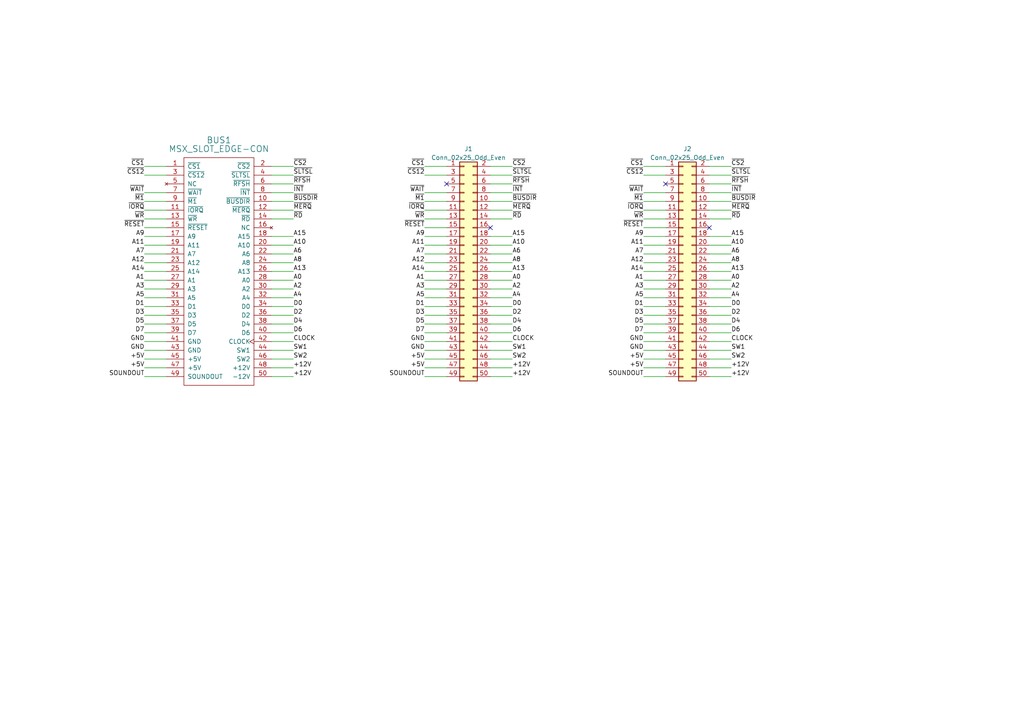
<source format=kicad_sch>
(kicad_sch (version 20230121) (generator eeschema)
  (paper "A4")
  (title_block (title "Slot Breakout v1.0") (date "2023-04-22") (rev "1.0") (company "The Retro Hacker") (comment 4 "MSX Cartridge Slot Breakout"))
  (lib_symbols
    (symbol "CRISAG:MSX_SLOT_EDGE-CON" (pin_names (offset 1.016)) (in_bom no)
      (property "Reference" "BUS" (at -10.16 34.29 0))
      (property "Value" "MSX_SLOT_EDGE-CON" (at -10.16 -34.29 0))
      (symbol "MSX_SLOT_EDGE-CON_0_1"
        (rectangle (start -10.16 -33.02) (end 10.16 33.02))
      )
      (symbol "MSX_SLOT_EDGE-CON_1_1"
        (pin output line (at -15.24 30.48 0) (length 5.08) (name "~{CS1}") (number "1"))
        (pin output line (at 15.24 20.32 180) (length 5.08) (name "~{BUSDIR}") (number "10"))
        (pin output line (at -15.24 17.78 0) (length 5.08) (name "~{IORQ}") (number "11"))
        (pin input line (at 15.24 17.78 180) (length 5.08) (name "~{MERQ}") (number "12"))
        (pin output line (at -15.24 15.24 0) (length 5.08) (name "~{WR}") (number "13"))
        (pin output line (at 15.24 15.24 180) (length 5.08) (name "~{RD}") (number "14"))
        (pin output line (at -15.24 12.7 0) (length 5.08) (name "~{RESET}") (number "15"))
        (pin no_connect line (at 15.24 12.7 180) (length 5.08) (name "NC") (number "16"))
        (pin output line (at -15.24 10.16 0) (length 5.08) (name "A9") (number "17"))
        (pin output line (at 15.24 10.16 180) (length 5.08) (name "A15") (number "18"))
        (pin output line (at -15.24 7.62 0) (length 5.08) (name "A11") (number "19"))
        (pin output line (at 15.24 30.48 180) (length 5.08) (name "~{CS2}") (number "2"))
        (pin output line (at 15.24 7.62 180) (length 5.08) (name "A10") (number "20"))
        (pin output line (at -15.24 5.08 0) (length 5.08) (name "A7") (number "21"))
        (pin output line (at 15.24 5.08 180) (length 5.08) (name "A6") (number "22"))
        (pin output line (at -15.24 2.54 0) (length 5.08) (name "A12") (number "23"))
        (pin output line (at 15.24 2.54 180) (length 5.08) (name "A8") (number "24"))
        (pin output line (at -15.24 0 0) (length 5.08) (name "A14") (number "25"))
        (pin output line (at 15.24 0 180) (length 5.08) (name "A13") (number "26"))
        (pin output line (at -15.24 -2.54 0) (length 5.08) (name "A1") (number "27"))
        (pin output line (at 15.24 -2.54 180) (length 5.08) (name "A0") (number "28"))
        (pin output line (at -15.24 -5.08 0) (length 5.08) (name "A3") (number "29"))
        (pin output line (at -15.24 27.94 0) (length 5.08) (name "~{CS12}") (number "3"))
        (pin output line (at 15.24 -5.08 180) (length 5.08) (name "A2") (number "30"))
        (pin output line (at -15.24 -7.62 0) (length 5.08) (name "A5") (number "31"))
        (pin output line (at 15.24 -7.62 180) (length 5.08) (name "A4") (number "32"))
        (pin tri_state line (at -15.24 -10.16 0) (length 5.08) (name "D1") (number "33"))
        (pin tri_state line (at 15.24 -10.16 180) (length 5.08) (name "D0") (number "34"))
        (pin tri_state line (at -15.24 -12.7 0) (length 5.08) (name "D3") (number "35"))
        (pin tri_state line (at 15.24 -12.7 180) (length 5.08) (name "D2~{}") (number "36"))
        (pin tri_state line (at -15.24 -15.24 0) (length 5.08) (name "D5") (number "37"))
        (pin tri_state line (at 15.24 -15.24 180) (length 5.08) (name "D4") (number "38"))
        (pin tri_state line (at -15.24 -17.78 0) (length 5.08) (name "D7") (number "39"))
        (pin output line (at 15.24 27.94 180) (length 5.08) (name "~{SLTSL}") (number "4"))
        (pin tri_state line (at 15.24 -17.78 180) (length 5.08) (name "D6") (number "40"))
        (pin power_in line (at -15.24 -20.32 0) (length 5.08) (name "GND") (number "41"))
        (pin output clock (at 15.24 -20.32 180) (length 5.08) (name "CLOCK") (number "42"))
        (pin power_in line (at -15.24 -22.86 0) (length 5.08) (name "GND") (number "43"))
        (pin passive line (at 15.24 -22.86 180) (length 5.08) (name "SW1") (number "44"))
        (pin power_in line (at -15.24 -25.4 0) (length 5.08) (name "+5V") (number "45"))
        (pin passive line (at 15.24 -25.4 180) (length 5.08) (name "SW2") (number "46"))
        (pin power_in line (at -15.24 -27.94 0) (length 5.08) (name "+5V") (number "47"))
        (pin power_in line (at 15.24 -27.94 180) (length 5.08) (name "+12V") (number "48"))
        (pin output line (at -15.24 -30.48 0) (length 5.08) (name "SOUNDOUT") (number "49"))
        (pin no_connect line (at -15.24 25.4 0) (length 5.08) (name "NC") (number "5"))
        (pin power_in line (at 15.24 -30.48 180) (length 5.08) (name "-12V") (number "50"))
        (pin output line (at 15.24 25.4 180) (length 5.08) (name "~{RFSH}") (number "6"))
        (pin input line (at -15.24 22.86 0) (length 5.08) (name "~{WAIT}") (number "7"))
        (pin open_collector line (at 15.24 22.86 180) (length 5.08) (name "~{INT}") (number "8"))
        (pin output line (at -15.24 20.32 0) (length 5.08) (name "~{M1}") (number "9"))
      )
    )
    (symbol "Connector_Generic:Conn_02x25_Odd_Even" (pin_names (offset 1.016) hide)
      (property "Reference" "J" (at 1.27 33.02 0))
      (property "Value" "Conn_02x25_Odd_Even" (at 1.27 -33.02 0))
      (symbol "Conn_02x25_Odd_Even_1_1"
        (rectangle (start -1.27 -30.353) (end 0 -30.607) (stroke (width 0.1524)))
        (rectangle (start -1.27 -27.813) (end 0 -28.067) (stroke (width 0.1524)))
        (rectangle (start -1.27 -25.273) (end 0 -25.527) (stroke (width 0.1524)))
        (rectangle (start -1.27 -22.733) (end 0 -22.987) (stroke (width 0.1524)))
        (rectangle (start -1.27 -20.193) (end 0 -20.447) (stroke (width 0.1524)))
        (rectangle (start -1.27 -17.653) (end 0 -17.907) (stroke (width 0.1524)))
        (rectangle (start -1.27 -15.113) (end 0 -15.367) (stroke (width 0.1524)))
        (rectangle (start -1.27 -12.573) (end 0 -12.827) (stroke (width 0.1524)))
        (rectangle (start -1.27 -10.033) (end 0 -10.287) (stroke (width 0.1524)))
        (rectangle (start -1.27 -7.493) (end 0 -7.747) (stroke (width 0.1524)))
        (rectangle (start -1.27 -4.953) (end 0 -5.207) (stroke (width 0.1524)))
        (rectangle (start -1.27 -2.413) (end 0 -2.667) (stroke (width 0.1524)))
        (rectangle (start -1.27 0.127) (end 0 -0.127) (stroke (width 0.1524)))
        (rectangle (start -1.27 2.667) (end 0 2.413) (stroke (width 0.1524)))
        (rectangle (start -1.27 5.207) (end 0 4.953) (stroke (width 0.1524)))
        (rectangle (start -1.27 7.747) (end 0 7.493) (stroke (width 0.1524)))
        (rectangle (start -1.27 10.287) (end 0 10.033) (stroke (width 0.1524)))
        (rectangle (start -1.27 12.827) (end 0 12.573) (stroke (width 0.1524)))
        (rectangle (start -1.27 15.367) (end 0 15.113) (stroke (width 0.1524)))
        (rectangle (start -1.27 17.907) (end 0 17.653) (stroke (width 0.1524)))
        (rectangle (start -1.27 20.447) (end 0 20.193) (stroke (width 0.1524)))
        (rectangle (start -1.27 22.987) (end 0 22.733) (stroke (width 0.1524)))
        (rectangle (start -1.27 25.527) (end 0 25.273) (stroke (width 0.1524)))
        (rectangle (start -1.27 28.067) (end 0 27.813) (stroke (width 0.1524)))
        (rectangle (start -1.27 30.607) (end 0 30.353) (stroke (width 0.1524)))
        (rectangle (start -1.27 31.75) (end 3.81 -31.75) (stroke (width 0.254)) (fill (type background)))
        (rectangle (start 3.81 -30.353) (end 2.54 -30.607) (stroke (width 0.1524)))
        (rectangle (start 3.81 -27.813) (end 2.54 -28.067) (stroke (width 0.1524)))
        (rectangle (start 3.81 -25.273) (end 2.54 -25.527) (stroke (width 0.1524)))
        (rectangle (start 3.81 -22.733) (end 2.54 -22.987) (stroke (width 0.1524)))
        (rectangle (start 3.81 -20.193) (end 2.54 -20.447) (stroke (width 0.1524)))
        (rectangle (start 3.81 -17.653) (end 2.54 -17.907) (stroke (width 0.1524)))
        (rectangle (start 3.81 -15.113) (end 2.54 -15.367) (stroke (width 0.1524)))
        (rectangle (start 3.81 -12.573) (end 2.54 -12.827) (stroke (width 0.1524)))
        (rectangle (start 3.81 -10.033) (end 2.54 -10.287) (stroke (width 0.1524)))
        (rectangle (start 3.81 -7.493) (end 2.54 -7.747) (stroke (width 0.1524)))
        (rectangle (start 3.81 -4.953) (end 2.54 -5.207) (stroke (width 0.1524)))
        (rectangle (start 3.81 -2.413) (end 2.54 -2.667) (stroke (width 0.1524)))
        (rectangle (start 3.81 0.127) (end 2.54 -0.127) (stroke (width 0.1524)))
        (rectangle (start 3.81 2.667) (end 2.54 2.413) (stroke (width 0.1524)))
        (rectangle (start 3.81 5.207) (end 2.54 4.953) (stroke (width 0.1524)))
        (rectangle (start 3.81 7.747) (end 2.54 7.493) (stroke (width 0.1524)))
        (rectangle (start 3.81 10.287) (end 2.54 10.033) (stroke (width 0.1524)))
        (rectangle (start 3.81 12.827) (end 2.54 12.573) (stroke (width 0.1524)))
        (rectangle (start 3.81 15.367) (end 2.54 15.113) (stroke (width 0.1524)))
        (rectangle (start 3.81 17.907) (end 2.54 17.653) (stroke (width 0.1524)))
        (rectangle (start 3.81 20.447) (end 2.54 20.193) (stroke (width 0.1524)))
        (rectangle (start 3.81 22.987) (end 2.54 22.733) (stroke (width 0.1524)))
        (rectangle (start 3.81 25.527) (end 2.54 25.273) (stroke (width 0.1524)))
        (rectangle (start 3.81 28.067) (end 2.54 27.813) (stroke (width 0.1524)))
        (rectangle (start 3.81 30.607) (end 2.54 30.353) (stroke (width 0.1524)))
        (pin passive line (at -5.08 30.48 0) (length 3.81) (name "Pin_1") (number "1"))
        (pin passive line (at 7.62 20.32 180) (length 3.81) (name "Pin_10") (number "10"))
        (pin passive line (at -5.08 17.78 0) (length 3.81) (name "Pin_11") (number "11"))
        (pin passive line (at 7.62 17.78 180) (length 3.81) (name "Pin_12") (number "12"))
        (pin passive line (at -5.08 15.24 0) (length 3.81) (name "Pin_13") (number "13"))
        (pin passive line (at 7.62 15.24 180) (length 3.81) (name "Pin_14") (number "14"))
        (pin passive line (at -5.08 12.7 0) (length 3.81) (name "Pin_15") (number "15"))
        (pin passive line (at 7.62 12.7 180) (length 3.81) (name "Pin_16") (number "16"))
        (pin passive line (at -5.08 10.16 0) (length 3.81) (name "Pin_17") (number "17"))
        (pin passive line (at 7.62 10.16 180) (length 3.81) (name "Pin_18") (number "18"))
        (pin passive line (at -5.08 7.62 0) (length 3.81) (name "Pin_19") (number "19"))
        (pin passive line (at 7.62 30.48 180) (length 3.81) (name "Pin_2") (number "2"))
        (pin passive line (at 7.62 7.62 180) (length 3.81) (name "Pin_20") (number "20"))
        (pin passive line (at -5.08 5.08 0) (length 3.81) (name "Pin_21") (number "21"))
        (pin passive line (at 7.62 5.08 180) (length 3.81) (name "Pin_22") (number "22"))
        (pin passive line (at -5.08 2.54 0) (length 3.81) (name "Pin_23") (number "23"))
        (pin passive line (at 7.62 2.54 180) (length 3.81) (name "Pin_24") (number "24"))
        (pin passive line (at -5.08 0 0) (length 3.81) (name "Pin_25") (number "25"))
        (pin passive line (at 7.62 0 180) (length 3.81) (name "Pin_26") (number "26"))
        (pin passive line (at -5.08 -2.54 0) (length 3.81) (name "Pin_27") (number "27"))
        (pin passive line (at 7.62 -2.54 180) (length 3.81) (name "Pin_28") (number "28"))
        (pin passive line (at -5.08 -5.08 0) (length 3.81) (name "Pin_29") (number "29"))
        (pin passive line (at -5.08 27.94 0) (length 3.81) (name "Pin_3") (number "3"))
        (pin passive line (at 7.62 -5.08 180) (length 3.81) (name "Pin_30") (number "30"))
        (pin passive line (at -5.08 -7.62 0) (length 3.81) (name "Pin_31") (number "31"))
        (pin passive line (at 7.62 -7.62 180) (length 3.81) (name "Pin_32") (number "32"))
        (pin passive line (at -5.08 -10.16 0) (length 3.81) (name "Pin_33") (number "33"))
        (pin passive line (at 7.62 -10.16 180) (length 3.81) (name "Pin_34") (number "34"))
        (pin passive line (at -5.08 -12.7 0) (length 3.81) (name "Pin_35") (number "35"))
        (pin passive line (at 7.62 -12.7 180) (length 3.81) (name "Pin_36") (number "36"))
        (pin passive line (at -5.08 -15.24 0) (length 3.81) (name "Pin_37") (number "37"))
        (pin passive line (at 7.62 -15.24 180) (length 3.81) (name "Pin_38") (number "38"))
        (pin passive line (at -5.08 -17.78 0) (length 3.81) (name "Pin_39") (number "39"))
        (pin passive line (at 7.62 27.94 180) (length 3.81) (name "Pin_4") (number "4"))
        (pin passive line (at 7.62 -17.78 180) (length 3.81) (name "Pin_40") (number "40"))
        (pin passive line (at -5.08 -20.32 0) (length 3.81) (name "Pin_41") (number "41"))
        (pin passive line (at 7.62 -20.32 180) (length 3.81) (name "Pin_42") (number "42"))
        (pin passive line (at -5.08 -22.86 0) (length 3.81) (name "Pin_43") (number "43"))
        (pin passive line (at 7.62 -22.86 180) (length 3.81) (name "Pin_44") (number "44"))
        (pin passive line (at -5.08 -25.4 0) (length 3.81) (name "Pin_45") (number "45"))
        (pin passive line (at 7.62 -25.4 180) (length 3.81) (name "Pin_46") (number "46"))
        (pin passive line (at -5.08 -27.94 0) (length 3.81) (name "Pin_47") (number "47"))
        (pin passive line (at 7.62 -27.94 180) (length 3.81) (name "Pin_48") (number "48"))
        (pin passive line (at -5.08 -30.48 0) (length 3.81) (name "Pin_49") (number "49"))
        (pin passive line (at -5.08 25.4 0) (length 3.81) (name "Pin_5") (number "5"))
        (pin passive line (at 7.62 -30.48 180) (length 3.81) (name "Pin_50") (number "50"))
        (pin passive line (at 7.62 25.4 180) (length 3.81) (name "Pin_6") (number "6"))
        (pin passive line (at -5.08 22.86 0) (length 3.81) (name "Pin_7") (number "7"))
        (pin passive line (at 7.62 22.86 180) (length 3.81) (name "Pin_8") (number "8"))
        (pin passive line (at -5.08 20.32 0) (length 3.81) (name "Pin_9") (number "9"))
      )
    )
  )
  (no_connect (at 193.04 53.34))
  (no_connect (at 129.54 53.34))
  (no_connect (at 205.74 66.04))
  (no_connect (at 142.24 66.04))
  (wire (pts (xy 186.69 109.22) (xy 193.04 109.22)))
  (wire (pts (xy 142.24 50.8) (xy 148.59 50.8)))
  (wire (pts (xy 205.74 58.42) (xy 212.09 58.42)))
  (wire (pts (xy 41.91 60.96) (xy 48.26 60.96)))
  (wire (pts (xy 78.74 109.22) (xy 85.09 109.22)))
  (wire (pts (xy 205.74 91.44) (xy 212.09 91.44)))
  (wire (pts (xy 142.24 109.22) (xy 148.59 109.22)))
  (wire (pts (xy 41.91 63.5) (xy 48.26 63.5)))
  (wire (pts (xy 41.91 68.58) (xy 48.26 68.58)))
  (wire (pts (xy 123.19 83.82) (xy 129.54 83.82)))
  (wire (pts (xy 123.19 96.52) (xy 129.54 96.52)))
  (wire (pts (xy 123.19 81.28) (xy 129.54 81.28)))
  (wire (pts (xy 186.69 93.98) (xy 193.04 93.98)))
  (wire (pts (xy 78.74 91.44) (xy 85.09 91.44)))
  (wire (pts (xy 123.19 104.14) (xy 129.54 104.14)))
  (wire (pts (xy 41.91 55.88) (xy 48.26 55.88)))
  (wire (pts (xy 41.91 99.06) (xy 48.26 99.06)))
  (wire (pts (xy 142.24 60.96) (xy 148.59 60.96)))
  (wire (pts (xy 78.74 88.9) (xy 85.09 88.9)))
  (wire (pts (xy 123.19 66.04) (xy 129.54 66.04)))
  (wire (pts (xy 41.91 101.6) (xy 48.26 101.6)))
  (wire (pts (xy 78.74 93.98) (xy 85.09 93.98)))
  (wire (pts (xy 142.24 48.26) (xy 148.59 48.26)))
  (wire (pts (xy 186.69 58.42) (xy 193.04 58.42)))
  (wire (pts (xy 186.69 55.88) (xy 193.04 55.88)))
  (wire (pts (xy 78.74 81.28) (xy 85.09 81.28)))
  (wire (pts (xy 142.24 99.06) (xy 148.59 99.06)))
  (wire (pts (xy 123.19 50.8) (xy 129.54 50.8)))
  (wire (pts (xy 205.74 71.12) (xy 212.09 71.12)))
  (wire (pts (xy 205.74 76.2) (xy 212.09 76.2)))
  (wire (pts (xy 186.69 83.82) (xy 193.04 83.82)))
  (wire (pts (xy 123.19 76.2) (xy 129.54 76.2)))
  (wire (pts (xy 142.24 73.66) (xy 148.59 73.66)))
  (wire (pts (xy 186.69 78.74) (xy 193.04 78.74)))
  (wire (pts (xy 142.24 58.42) (xy 148.59 58.42)))
  (wire (pts (xy 41.91 106.68) (xy 48.26 106.68)))
  (wire (pts (xy 123.19 68.58) (xy 129.54 68.58)))
  (wire (pts (xy 205.74 48.26) (xy 212.09 48.26)))
  (wire (pts (xy 78.74 53.34) (xy 85.09 53.34)))
  (wire (pts (xy 142.24 63.5) (xy 148.59 63.5)))
  (wire (pts (xy 205.74 60.96) (xy 212.09 60.96)))
  (wire (pts (xy 78.74 101.6) (xy 85.09 101.6)))
  (wire (pts (xy 205.74 81.28) (xy 212.09 81.28)))
  (wire (pts (xy 123.19 60.96) (xy 129.54 60.96)))
  (wire (pts (xy 123.19 78.74) (xy 129.54 78.74)))
  (wire (pts (xy 78.74 96.52) (xy 85.09 96.52)))
  (wire (pts (xy 186.69 81.28) (xy 193.04 81.28)))
  (wire (pts (xy 186.69 104.14) (xy 193.04 104.14)))
  (wire (pts (xy 78.74 83.82) (xy 85.09 83.82)))
  (wire (pts (xy 41.91 71.12) (xy 48.26 71.12)))
  (wire (pts (xy 142.24 68.58) (xy 148.59 68.58)))
  (wire (pts (xy 186.69 106.68) (xy 193.04 106.68)))
  (wire (pts (xy 142.24 53.34) (xy 148.59 53.34)))
  (wire (pts (xy 205.74 78.74) (xy 212.09 78.74)))
  (wire (pts (xy 123.19 101.6) (xy 129.54 101.6)))
  (wire (pts (xy 78.74 60.96) (xy 85.09 60.96)))
  (wire (pts (xy 142.24 86.36) (xy 148.59 86.36)))
  (wire (pts (xy 41.91 58.42) (xy 48.26 58.42)))
  (wire (pts (xy 123.19 99.06) (xy 129.54 99.06)))
  (wire (pts (xy 41.91 104.14) (xy 48.26 104.14)))
  (wire (pts (xy 78.74 48.26) (xy 85.09 48.26)))
  (wire (pts (xy 78.74 58.42) (xy 85.09 58.42)))
  (wire (pts (xy 123.19 58.42) (xy 129.54 58.42)))
  (wire (pts (xy 123.19 106.68) (xy 129.54 106.68)))
  (wire (pts (xy 205.74 93.98) (xy 212.09 93.98)))
  (wire (pts (xy 186.69 86.36) (xy 193.04 86.36)))
  (wire (pts (xy 41.91 50.8) (xy 48.26 50.8)))
  (wire (pts (xy 41.91 66.04) (xy 48.26 66.04)))
  (wire (pts (xy 142.24 101.6) (xy 148.59 101.6)))
  (wire (pts (xy 142.24 93.98) (xy 148.59 93.98)))
  (wire (pts (xy 186.69 68.58) (xy 193.04 68.58)))
  (wire (pts (xy 205.74 104.14) (xy 212.09 104.14)))
  (wire (pts (xy 186.69 91.44) (xy 193.04 91.44)))
  (wire (pts (xy 41.91 81.28) (xy 48.26 81.28)))
  (wire (pts (xy 78.74 104.14) (xy 85.09 104.14)))
  (wire (pts (xy 205.74 88.9) (xy 212.09 88.9)))
  (wire (pts (xy 41.91 76.2) (xy 48.26 76.2)))
  (wire (pts (xy 186.69 48.26) (xy 193.04 48.26)))
  (wire (pts (xy 142.24 104.14) (xy 148.59 104.14)))
  (wire (pts (xy 205.74 55.88) (xy 212.09 55.88)))
  (wire (pts (xy 123.19 93.98) (xy 129.54 93.98)))
  (wire (pts (xy 78.74 73.66) (xy 85.09 73.66)))
  (wire (pts (xy 205.74 96.52) (xy 212.09 96.52)))
  (wire (pts (xy 142.24 88.9) (xy 148.59 88.9)))
  (wire (pts (xy 205.74 83.82) (xy 212.09 83.82)))
  (wire (pts (xy 142.24 96.52) (xy 148.59 96.52)))
  (wire (pts (xy 186.69 76.2) (xy 193.04 76.2)))
  (wire (pts (xy 142.24 81.28) (xy 148.59 81.28)))
  (wire (pts (xy 78.74 68.58) (xy 85.09 68.58)))
  (wire (pts (xy 123.19 86.36) (xy 129.54 86.36)))
  (wire (pts (xy 142.24 106.68) (xy 148.59 106.68)))
  (wire (pts (xy 123.19 109.22) (xy 129.54 109.22)))
  (wire (pts (xy 186.69 63.5) (xy 193.04 63.5)))
  (wire (pts (xy 186.69 60.96) (xy 193.04 60.96)))
  (wire (pts (xy 142.24 91.44) (xy 148.59 91.44)))
  (wire (pts (xy 205.74 68.58) (xy 212.09 68.58)))
  (wire (pts (xy 186.69 96.52) (xy 193.04 96.52)))
  (wire (pts (xy 41.91 86.36) (xy 48.26 86.36)))
  (wire (pts (xy 142.24 78.74) (xy 148.59 78.74)))
  (wire (pts (xy 41.91 91.44) (xy 48.26 91.44)))
  (wire (pts (xy 186.69 101.6) (xy 193.04 101.6)))
  (wire (pts (xy 205.74 50.8) (xy 212.09 50.8)))
  (wire (pts (xy 123.19 55.88) (xy 129.54 55.88)))
  (wire (pts (xy 186.69 88.9) (xy 193.04 88.9)))
  (wire (pts (xy 41.91 96.52) (xy 48.26 96.52)))
  (wire (pts (xy 142.24 55.88) (xy 148.59 55.88)))
  (wire (pts (xy 41.91 73.66) (xy 48.26 73.66)))
  (wire (pts (xy 123.19 88.9) (xy 129.54 88.9)))
  (wire (pts (xy 41.91 78.74) (xy 48.26 78.74)))
  (wire (pts (xy 41.91 109.22) (xy 48.26 109.22)))
  (wire (pts (xy 78.74 63.5) (xy 85.09 63.5)))
  (wire (pts (xy 41.91 48.26) (xy 48.26 48.26)))
  (wire (pts (xy 205.74 73.66) (xy 212.09 73.66)))
  (wire (pts (xy 41.91 88.9) (xy 48.26 88.9)))
  (wire (pts (xy 78.74 99.06) (xy 85.09 99.06)))
  (wire (pts (xy 205.74 106.68) (xy 212.09 106.68)))
  (wire (pts (xy 123.19 48.26) (xy 129.54 48.26)))
  (wire (pts (xy 123.19 63.5) (xy 129.54 63.5)))
  (wire (pts (xy 41.91 93.98) (xy 48.26 93.98)))
  (wire (pts (xy 78.74 55.88) (xy 85.09 55.88)))
  (wire (pts (xy 186.69 73.66) (xy 193.04 73.66)))
  (wire (pts (xy 205.74 53.34) (xy 212.09 53.34)))
  (wire (pts (xy 78.74 76.2) (xy 85.09 76.2)))
  (wire (pts (xy 78.74 86.36) (xy 85.09 86.36)))
  (wire (pts (xy 78.74 78.74) (xy 85.09 78.74)))
  (wire (pts (xy 78.74 50.8) (xy 85.09 50.8)))
  (wire (pts (xy 123.19 71.12) (xy 129.54 71.12)))
  (wire (pts (xy 186.69 99.06) (xy 193.04 99.06)))
  (wire (pts (xy 205.74 109.22) (xy 212.09 109.22)))
  (wire (pts (xy 142.24 83.82) (xy 148.59 83.82)))
  (wire (pts (xy 41.91 83.82) (xy 48.26 83.82)))
  (wire (pts (xy 78.74 71.12) (xy 85.09 71.12)))
  (wire (pts (xy 186.69 50.8) (xy 193.04 50.8)))
  (wire (pts (xy 123.19 91.44) (xy 129.54 91.44)))
  (wire (pts (xy 78.74 106.68) (xy 85.09 106.68)))
  (wire (pts (xy 205.74 99.06) (xy 212.09 99.06)))
  (wire (pts (xy 123.19 73.66) (xy 129.54 73.66)))
  (wire (pts (xy 186.69 71.12) (xy 193.04 71.12)))
  (wire (pts (xy 205.74 101.6) (xy 212.09 101.6)))
  (wire (pts (xy 205.74 86.36) (xy 212.09 86.36)))
  (wire (pts (xy 186.69 66.04) (xy 193.04 66.04)))
  (wire (pts (xy 142.24 76.2) (xy 148.59 76.2)))
  (wire (pts (xy 142.24 71.12) (xy 148.59 71.12)))
  (wire (pts (xy 205.74 63.5) (xy 212.09 63.5)))
  (label "A15" (at 212.09 68.58 0))
  (label "~{M1}" (at 186.69 58.42 180))
  (label "A6" (at 85.09 73.66 0))
  (label "+5V" (at 41.91 106.68 180))
  (label "+12V" (at 85.09 106.68 0))
  (label "A6" (at 148.59 73.66 0))
  (label "A9" (at 186.69 68.58 180))
  (label "~{CS1}" (at 41.91 48.26 180))
  (label "SW2" (at 148.59 104.14 0))
  (label "D7" (at 41.91 96.52 180))
  (label "SW1" (at 85.09 101.6 0))
  (label "A3" (at 123.19 83.82 180))
  (label "A11" (at 123.19 71.12 180))
  (label "~{INT}" (at 148.59 55.88 0))
  (label "D5" (at 41.91 93.98 180))
  (label "A15" (at 85.09 68.58 0))
  (label "D3" (at 123.19 91.44 180))
  (label "+12V" (at 148.59 109.22 0))
  (label "A1" (at 186.69 81.28 180))
  (label "SW1" (at 148.59 101.6 0))
  (label "D5" (at 186.69 93.98 180))
  (label "~{SLTSL}" (at 212.09 50.8 0))
  (label "~{CS2}" (at 85.09 48.26 0))
  (label "D1" (at 123.19 88.9 180))
  (label "CLOCK" (at 148.59 99.06 0))
  (label "~{IORQ}" (at 123.19 60.96 180))
  (label "A2" (at 148.59 83.82 0))
  (label "SW2" (at 85.09 104.14 0))
  (label "D1" (at 186.69 88.9 180))
  (label "D1" (at 41.91 88.9 180))
  (label "~{BUSDIR}" (at 85.09 58.42 0))
  (label "A2" (at 212.09 83.82 0))
  (label "~{CS12}" (at 186.69 50.8 180))
  (label "D7" (at 186.69 96.52 180))
  (label "~{IORQ}" (at 186.69 60.96 180))
  (label "SOUNDOUT" (at 123.19 109.22 180))
  (label "A11" (at 186.69 71.12 180))
  (label "~{WAIT}" (at 41.91 55.88 180))
  (label "~{BUSDIR}" (at 148.59 58.42 0))
  (label "CLOCK" (at 85.09 99.06 0))
  (label "D2" (at 85.09 91.44 0))
  (label "SOUNDOUT" (at 41.91 109.22 180))
  (label "A0" (at 212.09 81.28 0))
  (label "D2" (at 148.59 91.44 0))
  (label "~{RFSH}" (at 212.09 53.34 0))
  (label "GND" (at 186.69 101.6 180))
  (label "A7" (at 123.19 73.66 180))
  (label "~{MERQ}" (at 85.09 60.96 0))
  (label "~{RESET}" (at 41.91 66.04 180))
  (label "+12V" (at 148.59 106.68 0))
  (label "D5" (at 123.19 93.98 180))
  (label "A14" (at 41.91 78.74 180))
  (label "D2" (at 212.09 91.44 0))
  (label "A9" (at 41.91 68.58 180))
  (label "A1" (at 123.19 81.28 180))
  (label "A10" (at 148.59 71.12 0))
  (label "~{WAIT}" (at 186.69 55.88 180))
  (label "~{IORQ}" (at 41.91 60.96 180))
  (label "D3" (at 186.69 91.44 180))
  (label "~{CS12}" (at 123.19 50.8 180))
  (label "A0" (at 148.59 81.28 0))
  (label "SW1" (at 212.09 101.6 0))
  (label "A6" (at 212.09 73.66 0))
  (label "~{INT}" (at 212.09 55.88 0))
  (label "+5V" (at 41.91 104.14 180))
  (label "+5V" (at 123.19 106.68 180))
  (label "A13" (at 85.09 78.74 0))
  (label "+12V" (at 212.09 106.68 0))
  (label "A14" (at 123.19 78.74 180))
  (label "A10" (at 212.09 71.12 0))
  (label "~{RFSH}" (at 85.09 53.34 0))
  (label "~{M1}" (at 41.91 58.42 180))
  (label "A3" (at 186.69 83.82 180))
  (label "D6" (at 85.09 96.52 0))
  (label "GND" (at 41.91 101.6 180))
  (label "A14" (at 186.69 78.74 180))
  (label "A11" (at 41.91 71.12 180))
  (label "~{RESET}" (at 186.69 66.04 180))
  (label "~{INT}" (at 85.09 55.88 0))
  (label "A4" (at 212.09 86.36 0))
  (label "D3" (at 41.91 91.44 180))
  (label "~{WAIT}" (at 123.19 55.88 180))
  (label "~{WR}" (at 186.69 63.5 180))
  (label "SW2" (at 212.09 104.14 0))
  (label "A1" (at 41.91 81.28 180))
  (label "A12" (at 41.91 76.2 180))
  (label "A13" (at 148.59 78.74 0))
  (label "A12" (at 123.19 76.2 180))
  (label "A4" (at 85.09 86.36 0))
  (label "A8" (at 85.09 76.2 0))
  (label "~{WR}" (at 123.19 63.5 180))
  (label "D4" (at 212.09 93.98 0))
  (label "SOUNDOUT" (at 186.69 109.22 180))
  (label "A9" (at 123.19 68.58 180))
  (label "GND" (at 186.69 99.06 180))
  (label "~{CS2}" (at 212.09 48.26 0))
  (label "A8" (at 148.59 76.2 0))
  (label "+12V" (at 85.09 109.22 0))
  (label "~{CS12}" (at 41.91 50.8 180))
  (label "~{RD}" (at 148.59 63.5 0))
  (label "A7" (at 41.91 73.66 180))
  (label "D0" (at 85.09 88.9 0))
  (label "GND" (at 123.19 101.6 180))
  (label "D0" (at 148.59 88.9 0))
  (label "A5" (at 186.69 86.36 180))
  (label "D0" (at 212.09 88.9 0))
  (label "+5V" (at 123.19 104.14 180))
  (label "~{MERQ}" (at 148.59 60.96 0))
  (label "D4" (at 148.59 93.98 0))
  (label "A4" (at 148.59 86.36 0))
  (label "~{SLTSL}" (at 85.09 50.8 0))
  (label "~{MERQ}" (at 212.09 60.96 0))
  (label "D4" (at 85.09 93.98 0))
  (label "~{RFSH}" (at 148.59 53.34 0))
  (label "A5" (at 123.19 86.36 180))
  (label "~{CS1}" (at 123.19 48.26 180))
  (label "A10" (at 85.09 71.12 0))
  (label "A0" (at 85.09 81.28 0))
  (label "CLOCK" (at 212.09 99.06 0))
  (label "~{CS2}" (at 148.59 48.26 0))
  (label "+5V" (at 186.69 106.68 180))
  (label "GND" (at 41.91 99.06 180))
  (label "+5V" (at 186.69 104.14 180))
  (label "+12V" (at 212.09 109.22 0))
  (label "D7" (at 123.19 96.52 180))
  (label "~{CS1}" (at 186.69 48.26 180))
  (label "A8" (at 212.09 76.2 0))
  (label "GND" (at 123.19 99.06 180))
  (label "A2" (at 85.09 83.82 0))
  (label "~{RD}" (at 212.09 63.5 0))
  (label "A15" (at 148.59 68.58 0))
  (label "A7" (at 186.69 73.66 180))
  (label "~{SLTSL}" (at 148.59 50.8 0))
  (label "~{WR}" (at 41.91 63.5 180))
  (label "A12" (at 186.69 76.2 180))
  (label "D6" (at 148.59 96.52 0))
  (label "A5" (at 41.91 86.36 180))
  (label "~{RD}" (at 85.09 63.5 0))
  (label "~{RESET}" (at 123.19 66.04 180))
  (label "D6" (at 212.09 96.52 0))
  (label "~{M1}" (at 123.19 58.42 180))
  (label "A3" (at 41.91 83.82 180))
  (label "A13" (at 212.09 78.74 0))
  (label "~{BUSDIR}" (at 212.09 58.42 0))
  (symbol (lib_id "CRISAG:MSX_SLOT_EDGE-CON") (at 63.5 78.74 0) (unit 1) (in_bom no)
    (property "Reference" "BUS1" (at 63.5 40.64 0) (effects (font (size 1.778 1.778))))
    (property "Value" "MSX_SLOT_EDGE-CON" (at 63.5 43.18 0) (effects (font (size 1.778 1.778))))
    (property "Footprint" "CRISAG:msx_cartridge" (effects hide))
    (property "Datasheet" "https://www.msx.org/wiki/MSX_Cartridge_slot#Pinout_of_Standard_MSX_Cartridge_slot" (effects hide))
    (property "Manufacturer" "n/a" (effects hide))
    (property "MPN" "n/a" (effects hide))
  )
  (symbol (lib_id "Connector_Generic:Conn_02x25_Odd_Even") (at 198.12 78.74 0) (unit 1)
    (property "Reference" "J2" (at 199.39 43.18 0))
    (property "Value" "Conn_02x25_Odd_Even" (at 199.39 45.72 0))
    (property "Footprint" "Connector_PinHeader_2.54mm:PinHeader_2x25_P2.54mm_Vertical" (effects hide))
  )
  (symbol (lib_id "Connector_Generic:Conn_02x25_Odd_Even") (at 134.62 78.74 0) (unit 1)
    (property "Reference" "J1" (at 135.89 43.18 0))
    (property "Value" "Conn_02x25_Odd_Even" (at 135.89 45.72 0))
    (property "Footprint" "Connector_PinHeader_2.54mm:PinHeader_2x25_P2.54mm_Vertical" (effects hide))
  )
)
</source>
